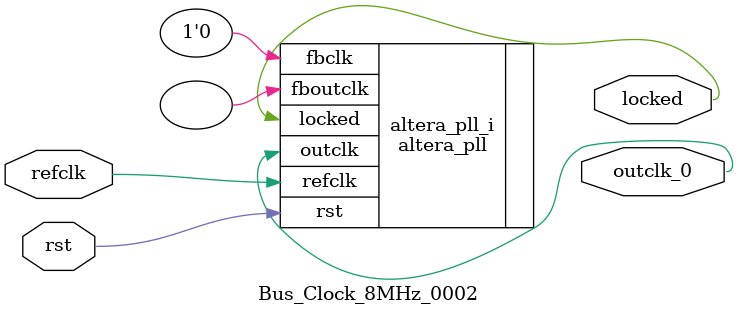
<source format=v>
`timescale 1ns/10ps
module  Bus_Clock_8MHz_0002(

	// interface 'refclk'
	input wire refclk,

	// interface 'reset'
	input wire rst,

	// interface 'outclk0'
	output wire outclk_0,

	// interface 'locked'
	output wire locked
);

	altera_pll #(
		.fractional_vco_multiplier("false"),
		.reference_clock_frequency("50.0 MHz"),
		.operation_mode("direct"),
		.number_of_clocks(1),
		.output_clock_frequency0("8.000000 MHz"),
		.phase_shift0("0 ps"),
		.duty_cycle0(50),
		.output_clock_frequency1("0 MHz"),
		.phase_shift1("0 ps"),
		.duty_cycle1(50),
		.output_clock_frequency2("0 MHz"),
		.phase_shift2("0 ps"),
		.duty_cycle2(50),
		.output_clock_frequency3("0 MHz"),
		.phase_shift3("0 ps"),
		.duty_cycle3(50),
		.output_clock_frequency4("0 MHz"),
		.phase_shift4("0 ps"),
		.duty_cycle4(50),
		.output_clock_frequency5("0 MHz"),
		.phase_shift5("0 ps"),
		.duty_cycle5(50),
		.output_clock_frequency6("0 MHz"),
		.phase_shift6("0 ps"),
		.duty_cycle6(50),
		.output_clock_frequency7("0 MHz"),
		.phase_shift7("0 ps"),
		.duty_cycle7(50),
		.output_clock_frequency8("0 MHz"),
		.phase_shift8("0 ps"),
		.duty_cycle8(50),
		.output_clock_frequency9("0 MHz"),
		.phase_shift9("0 ps"),
		.duty_cycle9(50),
		.output_clock_frequency10("0 MHz"),
		.phase_shift10("0 ps"),
		.duty_cycle10(50),
		.output_clock_frequency11("0 MHz"),
		.phase_shift11("0 ps"),
		.duty_cycle11(50),
		.output_clock_frequency12("0 MHz"),
		.phase_shift12("0 ps"),
		.duty_cycle12(50),
		.output_clock_frequency13("0 MHz"),
		.phase_shift13("0 ps"),
		.duty_cycle13(50),
		.output_clock_frequency14("0 MHz"),
		.phase_shift14("0 ps"),
		.duty_cycle14(50),
		.output_clock_frequency15("0 MHz"),
		.phase_shift15("0 ps"),
		.duty_cycle15(50),
		.output_clock_frequency16("0 MHz"),
		.phase_shift16("0 ps"),
		.duty_cycle16(50),
		.output_clock_frequency17("0 MHz"),
		.phase_shift17("0 ps"),
		.duty_cycle17(50),
		.pll_type("General"),
		.pll_subtype("General")
	) altera_pll_i (
		.rst	(rst),
		.outclk	({outclk_0}),
		.locked	(locked),
		.fboutclk	( ),
		.fbclk	(1'b0),
		.refclk	(refclk)
	);
endmodule


</source>
